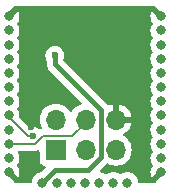
<source format=gbl>
%TF.GenerationSoftware,KiCad,Pcbnew,8.0.0*%
%TF.CreationDate,2024-03-20T21:34:19+01:00*%
%TF.ProjectId,BAT_SWD-Adapterboard,4241545f-5357-4442-9d41-646170746572,rev?*%
%TF.SameCoordinates,Original*%
%TF.FileFunction,Copper,L2,Bot*%
%TF.FilePolarity,Positive*%
%FSLAX46Y46*%
G04 Gerber Fmt 4.6, Leading zero omitted, Abs format (unit mm)*
G04 Created by KiCad (PCBNEW 8.0.0) date 2024-03-20 21:34:19*
%MOMM*%
%LPD*%
G01*
G04 APERTURE LIST*
%TA.AperFunction,ComponentPad*%
%ADD10R,1.700000X1.700000*%
%TD*%
%TA.AperFunction,ComponentPad*%
%ADD11O,1.700000X1.700000*%
%TD*%
%TA.AperFunction,ComponentPad*%
%ADD12C,0.800000*%
%TD*%
%TA.AperFunction,ViaPad*%
%ADD13C,0.600000*%
%TD*%
%TA.AperFunction,Conductor*%
%ADD14C,0.200000*%
%TD*%
%TA.AperFunction,Conductor*%
%ADD15C,0.400000*%
%TD*%
G04 APERTURE END LIST*
D10*
%TO.P,J1,1,Pin_1*%
%TO.N,VCC*%
X172275000Y-81875000D03*
D11*
%TO.P,J1,2,Pin_2*%
%TO.N,/SWDIO*%
X172275000Y-79335000D03*
%TO.P,J1,3,Pin_3*%
%TO.N,/SWCLK*%
X174815000Y-81875000D03*
%TO.P,J1,4,Pin_4*%
%TO.N,/SWO*%
X174815000Y-79335000D03*
%TO.P,J1,5,Pin_5*%
%TO.N,/Reset*%
X177355000Y-81875000D03*
%TO.P,J1,6,Pin_6*%
%TO.N,GND*%
X177355000Y-79335000D03*
%TD*%
D12*
%TO.P,J3,31,Pin_31*%
%TO.N,GND*%
X181200000Y-70570200D03*
%TO.P,J3,30,Pin_30*%
%TO.N,/Reset*%
X181200000Y-71770200D03*
%TO.P,J3,29,Pin_29*%
%TO.N,unconnected-(J3-Pin_29-Pad29)*%
X181200000Y-72970200D03*
%TO.P,J3,28,Pin_28*%
%TO.N,unconnected-(J3-Pin_28-Pad28)*%
X181200000Y-74170200D03*
%TO.P,J3,27,Pin_27*%
%TO.N,unconnected-(J3-Pin_27-Pad27)*%
X181200000Y-75370200D03*
%TO.P,J3,26,Pin_26*%
%TO.N,unconnected-(J3-Pin_26-Pad26)*%
X181200000Y-76570200D03*
%TO.P,J3,25,Pin_25*%
%TO.N,unconnected-(J3-Pin_25-Pad25)*%
X181200000Y-77770200D03*
%TO.P,J3,24,Pin_24*%
%TO.N,unconnected-(J3-Pin_24-Pad24)*%
X181200000Y-78970200D03*
%TO.P,J3,23,Pin_23*%
%TO.N,unconnected-(J3-Pin_23-Pad23)*%
X181200000Y-80170200D03*
%TO.P,J3,22,Pin_22*%
%TO.N,unconnected-(J3-Pin_22-Pad22)*%
X181200000Y-81370200D03*
%TO.P,J3,21,Pin_21*%
%TO.N,unconnected-(J3-Pin_21-Pad21)*%
X181200000Y-82570200D03*
%TO.P,J3,20,Pin_20*%
%TO.N,GND*%
X181200000Y-83770200D03*
%TO.P,J3,19,Pin_19*%
%TO.N,unconnected-(J3-Pin_19-Pad19)*%
X178350000Y-84670200D03*
%TO.P,J3,18,Pin_18*%
%TO.N,unconnected-(J3-Pin_18-Pad18)*%
X177150000Y-84670200D03*
%TO.P,J3,17,Pin_17*%
%TO.N,unconnected-(J3-Pin_17-Pad17)*%
X175950000Y-84670200D03*
%TO.P,J3,16,Pin_16*%
%TO.N,unconnected-(J3-Pin_16-Pad16)*%
X174750000Y-84670200D03*
%TO.P,J3,15,Pin_15*%
%TO.N,unconnected-(J3-Pin_15-Pad15)*%
X173550000Y-84670200D03*
%TO.P,J3,14,Pin_14*%
%TO.N,unconnected-(J3-Pin_14-Pad14)*%
X172350000Y-84670200D03*
%TO.P,J3,13,Pin_13*%
%TO.N,VCC*%
X171150000Y-84670200D03*
%TO.P,J3,12,Pin_12*%
%TO.N,GND*%
X168300000Y-83770200D03*
%TO.P,J3,11,Pin_11*%
%TO.N,unconnected-(J3-Pin_11-Pad11)*%
X168300000Y-82570200D03*
%TO.P,J3,10,Pin_10*%
%TO.N,/SWO*%
X168300000Y-81370200D03*
%TO.P,J3,9,Pin_9*%
%TO.N,/SWDIO*%
X168300000Y-80170200D03*
%TO.P,J3,8,Pin_8*%
%TO.N,/SWCLK*%
X168300000Y-78970200D03*
%TO.P,J3,7,Pin_7*%
%TO.N,unconnected-(J3-Pin_7-Pad7)*%
X168300000Y-77770200D03*
%TO.P,J3,6,Pin_6*%
%TO.N,unconnected-(J3-Pin_6-Pad6)*%
X168300000Y-76570200D03*
%TO.P,J3,5,Pin_5*%
%TO.N,unconnected-(J3-Pin_5-Pad5)*%
X168300000Y-75370200D03*
%TO.P,J3,4,Pin_4*%
%TO.N,unconnected-(J3-Pin_4-Pad4)*%
X168300000Y-74170200D03*
%TO.P,J3,3,Pin_3*%
%TO.N,unconnected-(J3-Pin_3-Pad3)*%
X168300000Y-72970200D03*
%TO.P,J3,2,Pin_2*%
%TO.N,unconnected-(J3-Pin_2-Pad2)*%
X168300000Y-71770200D03*
%TO.P,J3,1,Pin_1*%
%TO.N,GND*%
X168300000Y-70570200D03*
%TD*%
D13*
%TO.N,GND*%
X179400000Y-70600000D03*
X179400000Y-70600000D03*
X169900000Y-83800000D03*
X179800000Y-83800000D03*
X170200000Y-79935000D03*
X170200000Y-78735000D03*
X170200000Y-70600000D03*
X170200000Y-75400000D03*
%TO.N,/SWCLK*%
X170325735Y-80725735D03*
%TO.N,VCC*%
X172200000Y-73900000D03*
%TD*%
D14*
%TO.N,/SWCLK*%
X169925735Y-80725735D02*
X168300000Y-79100000D01*
X170325735Y-80725735D02*
X169925735Y-80725735D01*
X168300000Y-79100000D02*
X168300000Y-78970200D01*
D15*
%TO.N,VCC*%
X172234996Y-83585204D02*
X171150000Y-84670200D01*
X175021783Y-83585204D02*
X172234996Y-83585204D01*
X176100000Y-82506987D02*
X175021783Y-83585204D01*
X172200000Y-74600000D02*
X176100000Y-78500000D01*
X176100000Y-78500000D02*
X176100000Y-82506987D01*
X172200000Y-73900000D02*
X172200000Y-74600000D01*
D14*
%TO.N,GND*%
X170200000Y-79935000D02*
X170200000Y-78735000D01*
%TO.N,/SWO*%
X174815000Y-79585000D02*
X174815000Y-79335000D01*
X171175000Y-80725000D02*
X173675000Y-80725000D01*
X170529800Y-81370200D02*
X171175000Y-80725000D01*
X168300000Y-81370200D02*
X170529800Y-81370200D01*
X173675000Y-80725000D02*
X174815000Y-79585000D01*
%TD*%
%TA.AperFunction,Conductor*%
%TO.N,GND*%
G36*
X170838255Y-81929611D02*
G01*
X170896118Y-81968773D01*
X170923623Y-82033001D01*
X170924500Y-82047723D01*
X170924500Y-82772870D01*
X170924501Y-82772876D01*
X170930908Y-82832483D01*
X170981202Y-82967328D01*
X170981206Y-82967335D01*
X171067452Y-83082544D01*
X171067455Y-83082547D01*
X171182664Y-83168793D01*
X171182671Y-83168797D01*
X171317517Y-83219091D01*
X171317516Y-83219091D01*
X171324323Y-83219823D01*
X171388874Y-83246561D01*
X171428723Y-83303953D01*
X171431216Y-83373778D01*
X171398749Y-83430793D01*
X171087026Y-83742516D01*
X171025703Y-83776001D01*
X171025126Y-83776125D01*
X170870197Y-83809055D01*
X170870192Y-83809057D01*
X170697270Y-83886048D01*
X170697265Y-83886051D01*
X170544129Y-83997311D01*
X170417466Y-84137985D01*
X170322821Y-84301915D01*
X170322818Y-84301922D01*
X170264327Y-84481940D01*
X170264326Y-84481944D01*
X170253078Y-84588963D01*
X170226495Y-84653576D01*
X170169197Y-84693561D01*
X170129758Y-84700000D01*
X168860330Y-84700000D01*
X168793291Y-84680315D01*
X168747536Y-84627511D01*
X168738094Y-84561846D01*
X168300000Y-84123752D01*
X168300000Y-84020200D01*
X168349728Y-84020200D01*
X168441614Y-83982140D01*
X168511940Y-83911814D01*
X168550000Y-83819928D01*
X168550000Y-83720472D01*
X168511940Y-83628588D01*
X169088253Y-84204901D01*
X169126720Y-84138276D01*
X169185180Y-83958354D01*
X169204956Y-83770200D01*
X169185180Y-83582045D01*
X169126721Y-83402127D01*
X169126716Y-83402115D01*
X169028877Y-83232651D01*
X169031788Y-83230970D01*
X169012570Y-83179586D01*
X169027360Y-83111299D01*
X169029382Y-83108101D01*
X169029284Y-83108044D01*
X169093921Y-82996088D01*
X169127179Y-82938484D01*
X169185674Y-82758456D01*
X169205460Y-82570200D01*
X169185674Y-82381944D01*
X169127179Y-82201916D01*
X169101072Y-82156698D01*
X169084600Y-82088800D01*
X169107452Y-82022773D01*
X169162374Y-81979583D01*
X169208460Y-81970700D01*
X170443131Y-81970700D01*
X170443147Y-81970701D01*
X170450743Y-81970701D01*
X170608854Y-81970701D01*
X170608857Y-81970701D01*
X170761585Y-81929777D01*
X170761589Y-81929774D01*
X170768406Y-81927948D01*
X170838255Y-81929611D01*
G37*
%TD.AperFunction*%
%TA.AperFunction,Conductor*%
G36*
X180699029Y-69719685D02*
G01*
X180719671Y-69736319D01*
X181200000Y-70216648D01*
X181200000Y-70320200D01*
X181150272Y-70320200D01*
X181058386Y-70358260D01*
X180988060Y-70428586D01*
X180950000Y-70520472D01*
X180950000Y-70619928D01*
X180988059Y-70711812D01*
X180411745Y-70135498D01*
X180373279Y-70202123D01*
X180314819Y-70382045D01*
X180295043Y-70570200D01*
X180314819Y-70758354D01*
X180373278Y-70938272D01*
X180373283Y-70938284D01*
X180471123Y-71107749D01*
X180468727Y-71109131D01*
X180487627Y-71164182D01*
X180470985Y-71232040D01*
X180470219Y-71233217D01*
X180372821Y-71401915D01*
X180372818Y-71401922D01*
X180314327Y-71581940D01*
X180314326Y-71581944D01*
X180294540Y-71770200D01*
X180314326Y-71958456D01*
X180314327Y-71958459D01*
X180372818Y-72138477D01*
X180372821Y-72138484D01*
X180470716Y-72308044D01*
X180468150Y-72309525D01*
X180487250Y-72363298D01*
X180471327Y-72431329D01*
X180470680Y-72432335D01*
X180470716Y-72432356D01*
X180372821Y-72601915D01*
X180372818Y-72601922D01*
X180314327Y-72781940D01*
X180314326Y-72781944D01*
X180294540Y-72970200D01*
X180314326Y-73158456D01*
X180314327Y-73158459D01*
X180372818Y-73338477D01*
X180372821Y-73338484D01*
X180470716Y-73508044D01*
X180468150Y-73509525D01*
X180487250Y-73563298D01*
X180471327Y-73631329D01*
X180470680Y-73632335D01*
X180470716Y-73632356D01*
X180372821Y-73801915D01*
X180372818Y-73801922D01*
X180340951Y-73900000D01*
X180314326Y-73981944D01*
X180294540Y-74170200D01*
X180314326Y-74358456D01*
X180314327Y-74358459D01*
X180372818Y-74538477D01*
X180372821Y-74538484D01*
X180470716Y-74708044D01*
X180468150Y-74709525D01*
X180487250Y-74763298D01*
X180471327Y-74831329D01*
X180470680Y-74832335D01*
X180470716Y-74832356D01*
X180372821Y-75001915D01*
X180372818Y-75001922D01*
X180314327Y-75181940D01*
X180314326Y-75181944D01*
X180294540Y-75370200D01*
X180314326Y-75558456D01*
X180314327Y-75558459D01*
X180372818Y-75738477D01*
X180372821Y-75738484D01*
X180470716Y-75908044D01*
X180468150Y-75909525D01*
X180487250Y-75963298D01*
X180471327Y-76031329D01*
X180470680Y-76032335D01*
X180470716Y-76032356D01*
X180372821Y-76201915D01*
X180372818Y-76201922D01*
X180314327Y-76381940D01*
X180314326Y-76381944D01*
X180294540Y-76570200D01*
X180314326Y-76758456D01*
X180314327Y-76758459D01*
X180372818Y-76938477D01*
X180372821Y-76938484D01*
X180470716Y-77108044D01*
X180468150Y-77109525D01*
X180487250Y-77163298D01*
X180471327Y-77231329D01*
X180470680Y-77232335D01*
X180470716Y-77232356D01*
X180372821Y-77401915D01*
X180372818Y-77401922D01*
X180314327Y-77581940D01*
X180314326Y-77581944D01*
X180294540Y-77770200D01*
X180314326Y-77958456D01*
X180314327Y-77958459D01*
X180372818Y-78138477D01*
X180372821Y-78138484D01*
X180470716Y-78308044D01*
X180468150Y-78309525D01*
X180487250Y-78363298D01*
X180471327Y-78431329D01*
X180470680Y-78432335D01*
X180470716Y-78432356D01*
X180372821Y-78601915D01*
X180372818Y-78601922D01*
X180314327Y-78781940D01*
X180314326Y-78781944D01*
X180294540Y-78970200D01*
X180314326Y-79158456D01*
X180314327Y-79158459D01*
X180372818Y-79338477D01*
X180372821Y-79338484D01*
X180470716Y-79508044D01*
X180468150Y-79509525D01*
X180487250Y-79563298D01*
X180471327Y-79631329D01*
X180470680Y-79632335D01*
X180470716Y-79632356D01*
X180372821Y-79801915D01*
X180372818Y-79801922D01*
X180314327Y-79981940D01*
X180314326Y-79981944D01*
X180294540Y-80170200D01*
X180314326Y-80358456D01*
X180314327Y-80358459D01*
X180372818Y-80538477D01*
X180372821Y-80538484D01*
X180470716Y-80708044D01*
X180468150Y-80709525D01*
X180487250Y-80763298D01*
X180471327Y-80831329D01*
X180470680Y-80832335D01*
X180470716Y-80832356D01*
X180372821Y-81001915D01*
X180372818Y-81001922D01*
X180314327Y-81181940D01*
X180314326Y-81181944D01*
X180294540Y-81370200D01*
X180314326Y-81558456D01*
X180314327Y-81558459D01*
X180372818Y-81738477D01*
X180372821Y-81738484D01*
X180470716Y-81908044D01*
X180468150Y-81909525D01*
X180487250Y-81963298D01*
X180471327Y-82031329D01*
X180470680Y-82032335D01*
X180470716Y-82032356D01*
X180372821Y-82201915D01*
X180372818Y-82201922D01*
X180314327Y-82381940D01*
X180314326Y-82381944D01*
X180294540Y-82570200D01*
X180314326Y-82758456D01*
X180314327Y-82758459D01*
X180372818Y-82938477D01*
X180372821Y-82938484D01*
X180470716Y-83108044D01*
X180468260Y-83109461D01*
X180487553Y-83163591D01*
X180471705Y-83231639D01*
X180471079Y-83232625D01*
X180471123Y-83232651D01*
X180373283Y-83402115D01*
X180373278Y-83402127D01*
X180314819Y-83582045D01*
X180295043Y-83770200D01*
X180314819Y-83958354D01*
X180373278Y-84138272D01*
X180373281Y-84138279D01*
X180411745Y-84204900D01*
X180988059Y-83628587D01*
X180950000Y-83720472D01*
X180950000Y-83819928D01*
X180988060Y-83911814D01*
X181058386Y-83982140D01*
X181150272Y-84020200D01*
X181200000Y-84020200D01*
X181200000Y-84123750D01*
X180760590Y-84563160D01*
X180754455Y-84622907D01*
X180710873Y-84677518D01*
X180644685Y-84699899D01*
X180639669Y-84700000D01*
X179370242Y-84700000D01*
X179303203Y-84680315D01*
X179257448Y-84627511D01*
X179246922Y-84588964D01*
X179235674Y-84481944D01*
X179177179Y-84301916D01*
X179082533Y-84137984D01*
X178955871Y-83997312D01*
X178955870Y-83997311D01*
X178802734Y-83886051D01*
X178802729Y-83886048D01*
X178629807Y-83809057D01*
X178629802Y-83809055D01*
X178479451Y-83777098D01*
X178444646Y-83769700D01*
X178255354Y-83769700D01*
X178222897Y-83776598D01*
X178070197Y-83809055D01*
X178070192Y-83809057D01*
X177897270Y-83886048D01*
X177897265Y-83886051D01*
X177822885Y-83940092D01*
X177757079Y-83963572D01*
X177689025Y-83947746D01*
X177677115Y-83940092D01*
X177602734Y-83886051D01*
X177602729Y-83886048D01*
X177429807Y-83809057D01*
X177429802Y-83809055D01*
X177279451Y-83777098D01*
X177244646Y-83769700D01*
X177055354Y-83769700D01*
X177022897Y-83776598D01*
X176870197Y-83809055D01*
X176870192Y-83809057D01*
X176697270Y-83886048D01*
X176697265Y-83886051D01*
X176622885Y-83940092D01*
X176557079Y-83963572D01*
X176489025Y-83947746D01*
X176477115Y-83940092D01*
X176402734Y-83886051D01*
X176402729Y-83886048D01*
X176229807Y-83809057D01*
X176229802Y-83809055D01*
X176089318Y-83779195D01*
X176027836Y-83746003D01*
X175994060Y-83684840D01*
X175998712Y-83615125D01*
X176027416Y-83570226D01*
X176528386Y-83069256D01*
X176589707Y-83035773D01*
X176659399Y-83040757D01*
X176672235Y-83046805D01*
X176672263Y-83046747D01*
X176677170Y-83049035D01*
X176891337Y-83148903D01*
X177119592Y-83210063D01*
X177296034Y-83225500D01*
X177354999Y-83230659D01*
X177355000Y-83230659D01*
X177355001Y-83230659D01*
X177413966Y-83225500D01*
X177590408Y-83210063D01*
X177818663Y-83148903D01*
X178032830Y-83049035D01*
X178226401Y-82913495D01*
X178393495Y-82746401D01*
X178529035Y-82552830D01*
X178628903Y-82338663D01*
X178690063Y-82110408D01*
X178710659Y-81875000D01*
X178690063Y-81639592D01*
X178628903Y-81411337D01*
X178529035Y-81197171D01*
X178518371Y-81181940D01*
X178393494Y-81003597D01*
X178226402Y-80836506D01*
X178226401Y-80836505D01*
X178040405Y-80706269D01*
X177996781Y-80651692D01*
X177989588Y-80582193D01*
X178021110Y-80519839D01*
X178040405Y-80503119D01*
X178226082Y-80373105D01*
X178393105Y-80206082D01*
X178528600Y-80012578D01*
X178628429Y-79798492D01*
X178628432Y-79798486D01*
X178685636Y-79585000D01*
X177788012Y-79585000D01*
X177820925Y-79527993D01*
X177855000Y-79400826D01*
X177855000Y-79269174D01*
X177820925Y-79142007D01*
X177788012Y-79085000D01*
X178685636Y-79085000D01*
X178685635Y-79084999D01*
X178628432Y-78871513D01*
X178628429Y-78871507D01*
X178528600Y-78657422D01*
X178528599Y-78657420D01*
X178393113Y-78463926D01*
X178393108Y-78463920D01*
X178226082Y-78296894D01*
X178032578Y-78161399D01*
X177818492Y-78061570D01*
X177818486Y-78061567D01*
X177605000Y-78004364D01*
X177605000Y-78901988D01*
X177547993Y-78869075D01*
X177420826Y-78835000D01*
X177289174Y-78835000D01*
X177162007Y-78869075D01*
X177105000Y-78901988D01*
X177105000Y-78004364D01*
X177104999Y-78004364D01*
X176891513Y-78061567D01*
X176891507Y-78061570D01*
X176803423Y-78102643D01*
X176734346Y-78113134D01*
X176670562Y-78084613D01*
X176647917Y-78059149D01*
X176644113Y-78053456D01*
X176644109Y-78053451D01*
X172958692Y-74368035D01*
X172925207Y-74306712D01*
X172929332Y-74239399D01*
X172985366Y-74079262D01*
X172985369Y-74079249D01*
X173005565Y-73900003D01*
X173005565Y-73899996D01*
X172985369Y-73720750D01*
X172985368Y-73720745D01*
X172953905Y-73630828D01*
X172925789Y-73550478D01*
X172900056Y-73509525D01*
X172829815Y-73397737D01*
X172702262Y-73270184D01*
X172549523Y-73174211D01*
X172379254Y-73114631D01*
X172379249Y-73114630D01*
X172200004Y-73094435D01*
X172199996Y-73094435D01*
X172020750Y-73114630D01*
X172020745Y-73114631D01*
X171850476Y-73174211D01*
X171697737Y-73270184D01*
X171570184Y-73397737D01*
X171474211Y-73550476D01*
X171414631Y-73720745D01*
X171414630Y-73720750D01*
X171394435Y-73899996D01*
X171394435Y-73900003D01*
X171414630Y-74079249D01*
X171414631Y-74079254D01*
X171474212Y-74249525D01*
X171480492Y-74259519D01*
X171499500Y-74325493D01*
X171499500Y-74531006D01*
X171499500Y-74668994D01*
X171499500Y-74668996D01*
X171499499Y-74668996D01*
X171526418Y-74804322D01*
X171526421Y-74804332D01*
X171579222Y-74931807D01*
X171655887Y-75046545D01*
X171655888Y-75046546D01*
X174451137Y-77841794D01*
X174484622Y-77903117D01*
X174479638Y-77972809D01*
X174437766Y-78028742D01*
X174395550Y-78049250D01*
X174351341Y-78061095D01*
X174351335Y-78061098D01*
X174137171Y-78160964D01*
X174137169Y-78160965D01*
X173943597Y-78296505D01*
X173776505Y-78463597D01*
X173646575Y-78649158D01*
X173591998Y-78692783D01*
X173522500Y-78699977D01*
X173460145Y-78668454D01*
X173443425Y-78649158D01*
X173313494Y-78463597D01*
X173146402Y-78296506D01*
X173146395Y-78296501D01*
X172952834Y-78160967D01*
X172952830Y-78160965D01*
X172827758Y-78102643D01*
X172738663Y-78061097D01*
X172738659Y-78061096D01*
X172738655Y-78061094D01*
X172510413Y-77999938D01*
X172510403Y-77999936D01*
X172275001Y-77979341D01*
X172274999Y-77979341D01*
X172039596Y-77999936D01*
X172039586Y-77999938D01*
X171811344Y-78061094D01*
X171811335Y-78061098D01*
X171597171Y-78160964D01*
X171597169Y-78160965D01*
X171403597Y-78296505D01*
X171236505Y-78463597D01*
X171100965Y-78657169D01*
X171100964Y-78657171D01*
X171001098Y-78871335D01*
X171001094Y-78871344D01*
X170939938Y-79099586D01*
X170939936Y-79099596D01*
X170919341Y-79334999D01*
X170919341Y-79335000D01*
X170939936Y-79570403D01*
X170939938Y-79570413D01*
X171001094Y-79798655D01*
X171001096Y-79798659D01*
X171001097Y-79798663D01*
X171057757Y-79920170D01*
X171084242Y-79976968D01*
X171094734Y-80046046D01*
X171066214Y-80109830D01*
X171007738Y-80148069D01*
X171003952Y-80149148D01*
X170976311Y-80156554D01*
X170906461Y-80154891D01*
X170856538Y-80124460D01*
X170827997Y-80095919D01*
X170675258Y-79999946D01*
X170504989Y-79940366D01*
X170504984Y-79940365D01*
X170325739Y-79920170D01*
X170325731Y-79920170D01*
X170146481Y-79940366D01*
X170146480Y-79940366D01*
X170103806Y-79955298D01*
X170034027Y-79958859D01*
X169975172Y-79925937D01*
X169229589Y-79180354D01*
X169196104Y-79119031D01*
X169193949Y-79079714D01*
X169205460Y-78970200D01*
X169185674Y-78781944D01*
X169127179Y-78601916D01*
X169032533Y-78437984D01*
X169029284Y-78432356D01*
X169031929Y-78430828D01*
X169012779Y-78377621D01*
X169028417Y-78309523D01*
X169029344Y-78308079D01*
X169029284Y-78308044D01*
X169053071Y-78266842D01*
X169127179Y-78138484D01*
X169185674Y-77958456D01*
X169205460Y-77770200D01*
X169185674Y-77581944D01*
X169127179Y-77401916D01*
X169032533Y-77237984D01*
X169029284Y-77232356D01*
X169031929Y-77230828D01*
X169012779Y-77177621D01*
X169028417Y-77109523D01*
X169029344Y-77108079D01*
X169029284Y-77108044D01*
X169053071Y-77066842D01*
X169127179Y-76938484D01*
X169185674Y-76758456D01*
X169205460Y-76570200D01*
X169185674Y-76381944D01*
X169127179Y-76201916D01*
X169032533Y-76037984D01*
X169029284Y-76032356D01*
X169031929Y-76030828D01*
X169012779Y-75977621D01*
X169028417Y-75909523D01*
X169029344Y-75908079D01*
X169029284Y-75908044D01*
X169053071Y-75866842D01*
X169127179Y-75738484D01*
X169185674Y-75558456D01*
X169205460Y-75370200D01*
X169185674Y-75181944D01*
X169127179Y-75001916D01*
X169032533Y-74837984D01*
X169029284Y-74832356D01*
X169031929Y-74830828D01*
X169012779Y-74777621D01*
X169028417Y-74709523D01*
X169029344Y-74708079D01*
X169029284Y-74708044D01*
X169053071Y-74666842D01*
X169127179Y-74538484D01*
X169185674Y-74358456D01*
X169205460Y-74170200D01*
X169185674Y-73981944D01*
X169127179Y-73801916D01*
X169032533Y-73637984D01*
X169029284Y-73632356D01*
X169031929Y-73630828D01*
X169012779Y-73577621D01*
X169028417Y-73509523D01*
X169029344Y-73508079D01*
X169029284Y-73508044D01*
X169053071Y-73466842D01*
X169127179Y-73338484D01*
X169185674Y-73158456D01*
X169205460Y-72970200D01*
X169185674Y-72781944D01*
X169127179Y-72601916D01*
X169032533Y-72437984D01*
X169029284Y-72432356D01*
X169031929Y-72430828D01*
X169012779Y-72377621D01*
X169028417Y-72309523D01*
X169029344Y-72308079D01*
X169029284Y-72308044D01*
X169053071Y-72266842D01*
X169127179Y-72138484D01*
X169185674Y-71958456D01*
X169205460Y-71770200D01*
X169185674Y-71581944D01*
X169127179Y-71401916D01*
X169032533Y-71237984D01*
X169029284Y-71232356D01*
X169031745Y-71230934D01*
X169012448Y-71176846D01*
X169028275Y-71108793D01*
X169028946Y-71107788D01*
X169028877Y-71107749D01*
X169126716Y-70938284D01*
X169126721Y-70938272D01*
X169185180Y-70758354D01*
X169204956Y-70570200D01*
X169185180Y-70382045D01*
X169126721Y-70202127D01*
X169126718Y-70202120D01*
X169088253Y-70135497D01*
X168511941Y-70711811D01*
X168550000Y-70619928D01*
X168550000Y-70520472D01*
X168511940Y-70428586D01*
X168441614Y-70358260D01*
X168349728Y-70320200D01*
X168300000Y-70320200D01*
X168300000Y-70216647D01*
X168780328Y-69736319D01*
X168841651Y-69702834D01*
X168868009Y-69700000D01*
X180631990Y-69700000D01*
X180699029Y-69719685D01*
G37*
%TD.AperFunction*%
%TA.AperFunction,Conductor*%
G36*
X168369730Y-83490385D02*
G01*
X168390372Y-83507019D01*
X168441612Y-83558259D01*
X168349728Y-83520200D01*
X168300000Y-83520200D01*
X168300000Y-83470700D01*
X168302691Y-83470700D01*
X168369730Y-83490385D01*
G37*
%TD.AperFunction*%
%TA.AperFunction,Conductor*%
G36*
X181200000Y-83520200D02*
G01*
X181150272Y-83520200D01*
X181058387Y-83558259D01*
X181109628Y-83507019D01*
X181170951Y-83473534D01*
X181197309Y-83470700D01*
X181200000Y-83470700D01*
X181200000Y-83520200D01*
G37*
%TD.AperFunction*%
%TA.AperFunction,Conductor*%
G36*
X168390372Y-70833381D02*
G01*
X168329049Y-70866866D01*
X168302691Y-70869700D01*
X168300000Y-70869700D01*
X168300000Y-70820200D01*
X168349728Y-70820200D01*
X168441611Y-70782140D01*
X168390372Y-70833381D01*
G37*
%TD.AperFunction*%
%TA.AperFunction,Conductor*%
G36*
X181150272Y-70820200D02*
G01*
X181200000Y-70820200D01*
X181200000Y-70869700D01*
X181197309Y-70869700D01*
X181130270Y-70850015D01*
X181109628Y-70833381D01*
X181058387Y-70782140D01*
X181150272Y-70820200D01*
G37*
%TD.AperFunction*%
%TD*%
M02*

</source>
